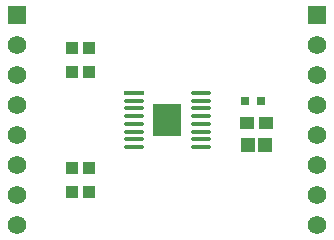
<source format=gbr>
G04*
G04 #@! TF.GenerationSoftware,Altium Limited,Altium Designer,22.4.2 (48)*
G04*
G04 Layer_Color=8388736*
%FSLAX26Y26*%
%MOIN*%
G70*
G04*
G04 #@! TF.SameCoordinates,2AD52CA1-F133-4533-A991-55CBF92103CF*
G04*
G04*
G04 #@! TF.FilePolarity,Negative*
G04*
G01*
G75*
G04:AMPARAMS|DCode=14|XSize=65.174mil|YSize=14.991mil|CornerRadius=7.495mil|HoleSize=0mil|Usage=FLASHONLY|Rotation=0.000|XOffset=0mil|YOffset=0mil|HoleType=Round|Shape=RoundedRectangle|*
%AMROUNDEDRECTD14*
21,1,0.065174,0.000000,0,0,0.0*
21,1,0.050184,0.014991,0,0,0.0*
1,1,0.014991,0.025092,0.000000*
1,1,0.014991,-0.025092,0.000000*
1,1,0.014991,-0.025092,0.000000*
1,1,0.014991,0.025092,0.000000*
%
%ADD14ROUNDEDRECTD14*%
%ADD15R,0.065174X0.014991*%
%ADD16R,0.041532X0.039614*%
%ADD18R,0.025591X0.027559*%
%ADD19R,0.047575X0.039848*%
%ADD20R,0.096850X0.109055*%
%ADD21R,0.045402X0.049339*%
%ADD22C,0.061811*%
%ADD23R,0.061811X0.061811*%
D14*
X671236Y509567D02*
D03*
Y483976D02*
D03*
Y458386D02*
D03*
Y432795D02*
D03*
Y407205D02*
D03*
Y381614D02*
D03*
Y356024D02*
D03*
Y330433D02*
D03*
X448764D02*
D03*
Y356024D02*
D03*
Y381614D02*
D03*
Y407205D02*
D03*
Y432795D02*
D03*
Y458386D02*
D03*
Y483976D02*
D03*
D15*
Y509567D02*
D03*
D16*
X241431Y580000D02*
D03*
X298569D02*
D03*
X241431Y180000D02*
D03*
X298569D02*
D03*
X241431Y260000D02*
D03*
X298569D02*
D03*
X241431Y660000D02*
D03*
X298569D02*
D03*
D18*
X873150Y485000D02*
D03*
X820000D02*
D03*
D19*
X826861Y410000D02*
D03*
X890000D02*
D03*
D20*
X560000Y420000D02*
D03*
D21*
X886471Y335669D02*
D03*
X829385D02*
D03*
D22*
X1060000Y70000D02*
D03*
Y170000D02*
D03*
Y270000D02*
D03*
Y370000D02*
D03*
Y470000D02*
D03*
Y570000D02*
D03*
Y670000D02*
D03*
X60000Y70000D02*
D03*
Y170000D02*
D03*
Y270000D02*
D03*
Y370000D02*
D03*
Y470000D02*
D03*
Y570000D02*
D03*
Y670000D02*
D03*
D23*
X1060000Y770000D02*
D03*
X60000D02*
D03*
M02*

</source>
